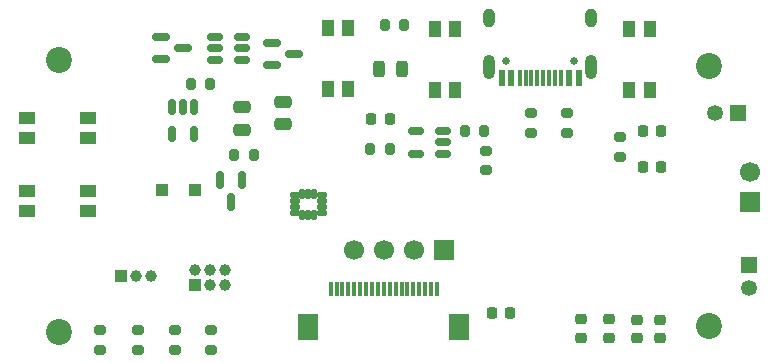
<source format=gbr>
%TF.GenerationSoftware,KiCad,Pcbnew,9.0.1*%
%TF.CreationDate,2025-11-02T10:59:13-06:00*%
%TF.ProjectId,OM-FlexGrid-Rigid-PCB,4f4d2d46-6c65-4784-9772-69642d526967,rev?*%
%TF.SameCoordinates,Original*%
%TF.FileFunction,Soldermask,Top*%
%TF.FilePolarity,Negative*%
%FSLAX46Y46*%
G04 Gerber Fmt 4.6, Leading zero omitted, Abs format (unit mm)*
G04 Created by KiCad (PCBNEW 9.0.1) date 2025-11-02 10:59:13*
%MOMM*%
%LPD*%
G01*
G04 APERTURE LIST*
G04 Aperture macros list*
%AMRoundRect*
0 Rectangle with rounded corners*
0 $1 Rounding radius*
0 $2 $3 $4 $5 $6 $7 $8 $9 X,Y pos of 4 corners*
0 Add a 4 corners polygon primitive as box body*
4,1,4,$2,$3,$4,$5,$6,$7,$8,$9,$2,$3,0*
0 Add four circle primitives for the rounded corners*
1,1,$1+$1,$2,$3*
1,1,$1+$1,$4,$5*
1,1,$1+$1,$6,$7*
1,1,$1+$1,$8,$9*
0 Add four rect primitives between the rounded corners*
20,1,$1+$1,$2,$3,$4,$5,0*
20,1,$1+$1,$4,$5,$6,$7,0*
20,1,$1+$1,$6,$7,$8,$9,0*
20,1,$1+$1,$8,$9,$2,$3,0*%
G04 Aperture macros list end*
%ADD10RoundRect,0.200000X-0.275000X0.200000X-0.275000X-0.200000X0.275000X-0.200000X0.275000X0.200000X0*%
%ADD11RoundRect,0.250000X-0.300000X-0.300000X0.300000X-0.300000X0.300000X0.300000X-0.300000X0.300000X0*%
%ADD12R,1.450000X1.000000*%
%ADD13RoundRect,0.150000X-0.150000X0.512500X-0.150000X-0.512500X0.150000X-0.512500X0.150000X0.512500X0*%
%ADD14RoundRect,0.200000X-0.200000X-0.275000X0.200000X-0.275000X0.200000X0.275000X-0.200000X0.275000X0*%
%ADD15R,0.300000X1.300000*%
%ADD16R,1.800000X2.200000*%
%ADD17R,1.000000X1.000000*%
%ADD18C,1.000000*%
%ADD19RoundRect,0.225000X-0.225000X-0.250000X0.225000X-0.250000X0.225000X0.250000X-0.225000X0.250000X0*%
%ADD20RoundRect,0.150000X-0.587500X-0.150000X0.587500X-0.150000X0.587500X0.150000X-0.587500X0.150000X0*%
%ADD21RoundRect,0.200000X0.200000X0.275000X-0.200000X0.275000X-0.200000X-0.275000X0.200000X-0.275000X0*%
%ADD22RoundRect,0.225000X-0.250000X0.225000X-0.250000X-0.225000X0.250000X-0.225000X0.250000X0.225000X0*%
%ADD23R,1.350000X1.350000*%
%ADD24C,1.350000*%
%ADD25C,2.200000*%
%ADD26RoundRect,0.150000X-0.512500X-0.150000X0.512500X-0.150000X0.512500X0.150000X-0.512500X0.150000X0*%
%ADD27R,1.000000X1.450000*%
%ADD28RoundRect,0.150000X-0.150000X0.587500X-0.150000X-0.587500X0.150000X-0.587500X0.150000X0.587500X0*%
%ADD29RoundRect,0.243750X0.243750X0.456250X-0.243750X0.456250X-0.243750X-0.456250X0.243750X-0.456250X0*%
%ADD30R,1.700000X1.700000*%
%ADD31C,1.700000*%
%ADD32RoundRect,0.250000X-0.475000X0.250000X-0.475000X-0.250000X0.475000X-0.250000X0.475000X0.250000X0*%
%ADD33RoundRect,0.150000X0.512500X0.150000X-0.512500X0.150000X-0.512500X-0.150000X0.512500X-0.150000X0*%
%ADD34RoundRect,0.101600X-0.300000X-0.150000X0.300000X-0.150000X0.300000X0.150000X-0.300000X0.150000X0*%
%ADD35RoundRect,0.101600X0.150000X-0.300000X0.150000X0.300000X-0.150000X0.300000X-0.150000X-0.300000X0*%
%ADD36C,0.650000*%
%ADD37R,0.600000X1.450000*%
%ADD38R,0.300000X1.450000*%
%ADD39O,1.000000X2.100000*%
%ADD40O,1.000000X1.600000*%
%ADD41RoundRect,0.225000X0.225000X0.250000X-0.225000X0.250000X-0.225000X-0.250000X0.225000X-0.250000X0*%
%ADD42RoundRect,0.250000X0.475000X-0.250000X0.475000X0.250000X-0.475000X0.250000X-0.475000X-0.250000X0*%
%ADD43RoundRect,0.200000X0.275000X-0.200000X0.275000X0.200000X-0.275000X0.200000X-0.275000X-0.200000X0*%
G04 APERTURE END LIST*
D10*
%TO.C,R14*%
X163700000Y-126350000D03*
X163700000Y-128000000D03*
%TD*%
D11*
%TO.C,D1*%
X165700000Y-114500000D03*
X168500000Y-114500000D03*
%TD*%
D12*
%TO.C,SELECT1*%
X154300000Y-116250000D03*
X154300000Y-114550000D03*
X159450000Y-116250000D03*
X159450000Y-114550000D03*
%TD*%
D13*
%TO.C,U3*%
X168450000Y-107500000D03*
X167500000Y-107500000D03*
X166550000Y-107500000D03*
X166550000Y-109775000D03*
X168450000Y-109775000D03*
%TD*%
D12*
%TO.C,MENU1*%
X154300000Y-110100000D03*
X154300000Y-108400000D03*
X159450000Y-110100000D03*
X159450000Y-108400000D03*
%TD*%
D14*
%TO.C,R5*%
X184600000Y-100500000D03*
X186250000Y-100500000D03*
%TD*%
D15*
%TO.C,J3*%
X180000000Y-122850000D03*
X180500000Y-122850000D03*
X181000000Y-122850000D03*
X181500000Y-122850000D03*
X182000000Y-122850000D03*
X182500000Y-122850000D03*
X183000000Y-122850000D03*
X183500000Y-122850000D03*
X184000000Y-122850000D03*
X184500000Y-122850000D03*
X185000000Y-122850000D03*
X185500000Y-122850000D03*
X186000000Y-122850000D03*
X186500000Y-122850000D03*
X187000000Y-122850000D03*
X187500000Y-122850000D03*
X188000000Y-122850000D03*
X188500000Y-122850000D03*
X189000000Y-122850000D03*
D16*
X178100000Y-126100000D03*
X190900000Y-126100000D03*
%TD*%
D17*
%TO.C,J1*%
X168480000Y-122500000D03*
D18*
X168480000Y-121230000D03*
X169750000Y-122500000D03*
X169750000Y-121230000D03*
X171020000Y-122500000D03*
X171020000Y-121230000D03*
%TD*%
D19*
%TO.C,C11*%
X193650000Y-124900000D03*
X195200000Y-124900000D03*
%TD*%
D10*
%TO.C,R2*%
X200000000Y-108000000D03*
X200000000Y-109650000D03*
%TD*%
D20*
%TO.C,Q3*%
X165625000Y-101500000D03*
X165625000Y-103400000D03*
X167500000Y-102450000D03*
%TD*%
D21*
%TO.C,R4*%
X185000000Y-111000000D03*
X183350000Y-111000000D03*
%TD*%
D22*
%TO.C,C15*%
X201200000Y-125450000D03*
X201200000Y-127000000D03*
%TD*%
D23*
%TO.C,J7*%
X215450000Y-120800000D03*
D24*
X215450000Y-122800000D03*
%TD*%
D25*
%TO.C,H1*%
X157000000Y-103500000D03*
%TD*%
D26*
%TO.C,MAX1*%
X170225000Y-101550000D03*
X170225000Y-102500000D03*
X170225000Y-103450000D03*
X172500000Y-103450000D03*
X172500000Y-102500000D03*
X172500000Y-101550000D03*
%TD*%
D27*
%TO.C,BOOT1*%
X205300000Y-100850000D03*
X207000000Y-100850000D03*
X205300000Y-106000000D03*
X207000000Y-106000000D03*
%TD*%
D28*
%TO.C,Q2*%
X172500000Y-113600000D03*
X170600000Y-113600000D03*
X171550000Y-115475000D03*
%TD*%
D10*
%TO.C,R1*%
X197000000Y-108000000D03*
X197000000Y-109650000D03*
%TD*%
D27*
%TO.C,SW_PWR1*%
X179750000Y-100750000D03*
X181450000Y-100750000D03*
X179750000Y-105900000D03*
X181450000Y-105900000D03*
%TD*%
D19*
%TO.C,C10*%
X206450000Y-112500000D03*
X208000000Y-112500000D03*
%TD*%
D29*
%TO.C,D2*%
X186000000Y-104250000D03*
X184125000Y-104250000D03*
%TD*%
D22*
%TO.C,C14*%
X203600000Y-125450000D03*
X203600000Y-127000000D03*
%TD*%
D10*
%TO.C,R8*%
X193175000Y-111175000D03*
X193175000Y-112825000D03*
%TD*%
D22*
%TO.C,C12*%
X207900000Y-125500000D03*
X207900000Y-127050000D03*
%TD*%
D19*
%TO.C,C8*%
X183450000Y-108500000D03*
X185000000Y-108500000D03*
%TD*%
D30*
%TO.C,J2*%
X215500000Y-115500000D03*
D31*
X215500000Y-112960000D03*
%TD*%
D25*
%TO.C,H4*%
X157000000Y-126500000D03*
%TD*%
D14*
%TO.C,R3*%
X168175000Y-105500000D03*
X169825000Y-105500000D03*
%TD*%
D25*
%TO.C,H2*%
X212000000Y-104000000D03*
%TD*%
D32*
%TO.C,C7*%
X176000000Y-107000000D03*
X176000000Y-108900000D03*
%TD*%
D30*
%TO.C,SCRN1*%
X189600000Y-119600000D03*
D31*
X187060000Y-119600000D03*
X184520000Y-119600000D03*
X181980000Y-119600000D03*
%TD*%
D33*
%TO.C,U4*%
X189500000Y-111400000D03*
X189500000Y-110450000D03*
X189500000Y-109500000D03*
X187225000Y-109500000D03*
X187225000Y-111400000D03*
%TD*%
D27*
%TO.C,SW_RST1*%
X188800000Y-100850000D03*
X190500000Y-100850000D03*
X188800000Y-106000000D03*
X190500000Y-106000000D03*
%TD*%
D34*
%TO.C,IC1*%
X176950000Y-114950000D03*
X176950000Y-115450000D03*
X176950000Y-115950000D03*
X176950000Y-116450000D03*
D35*
X177600000Y-116600000D03*
X178100000Y-116600000D03*
X178600000Y-116600000D03*
D34*
X179250000Y-116450000D03*
X179250000Y-115950000D03*
X179250000Y-115450000D03*
X179250000Y-114950000D03*
D35*
X178600000Y-114800000D03*
X178100000Y-114800000D03*
X177600000Y-114800000D03*
%TD*%
D25*
%TO.C,H3*%
X212000000Y-126000000D03*
%TD*%
D36*
%TO.C,J4*%
X200640000Y-103555000D03*
X194860000Y-103555000D03*
D37*
X201000000Y-105000000D03*
X200200000Y-105000000D03*
D38*
X199000000Y-105000000D03*
X198000000Y-105000000D03*
X197500000Y-105000000D03*
X196500000Y-105000000D03*
D37*
X195300000Y-105000000D03*
X194500000Y-105000000D03*
X194500000Y-105000000D03*
X195300000Y-105000000D03*
D38*
X196000000Y-105000000D03*
X197000000Y-105000000D03*
X198500000Y-105000000D03*
X199500000Y-105000000D03*
D37*
X200200000Y-105000000D03*
X201000000Y-105000000D03*
D39*
X202070000Y-104085000D03*
D40*
X202070000Y-99905000D03*
D39*
X193430000Y-104085000D03*
D40*
X193430000Y-99905000D03*
%TD*%
D41*
%TO.C,C5*%
X208000000Y-109500000D03*
X206450000Y-109500000D03*
%TD*%
D14*
%TO.C,R7*%
X191350000Y-109500000D03*
X193000000Y-109500000D03*
%TD*%
D42*
%TO.C,C6*%
X172500000Y-109400000D03*
X172500000Y-107500000D03*
%TD*%
D10*
%TO.C,R15*%
X160500000Y-126350000D03*
X160500000Y-128000000D03*
%TD*%
%TO.C,R12*%
X169900000Y-126350000D03*
X169900000Y-128000000D03*
%TD*%
D43*
%TO.C,R6*%
X204500000Y-111650000D03*
X204500000Y-110000000D03*
%TD*%
D10*
%TO.C,R13*%
X166800000Y-126350000D03*
X166800000Y-128000000D03*
%TD*%
D20*
%TO.C,D3*%
X175000000Y-102000000D03*
X175000000Y-103900000D03*
X176875000Y-102950000D03*
%TD*%
D14*
%TO.C,R9*%
X171850000Y-111500000D03*
X173500000Y-111500000D03*
%TD*%
D17*
%TO.C,J6*%
X162230000Y-121750000D03*
D18*
X163500000Y-121750000D03*
X164770000Y-121750000D03*
%TD*%
D22*
%TO.C,C13*%
X205950000Y-125500000D03*
X205950000Y-127050000D03*
%TD*%
D23*
%TO.C,J5*%
X214500000Y-108000000D03*
D24*
X212500000Y-108000000D03*
%TD*%
M02*

</source>
